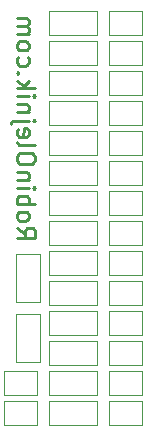
<source format=gbo>
%TF.GenerationSoftware,KiCad,Pcbnew,(6.0.1)*%
%TF.CreationDate,2022-01-21T00:47:32+01:00*%
%TF.ProjectId,bosch-kf163-diode-pll,626f7363-682d-46b6-9631-36332d64696f,2*%
%TF.SameCoordinates,Original*%
%TF.FileFunction,Legend,Bot*%
%TF.FilePolarity,Positive*%
%FSLAX46Y46*%
G04 Gerber Fmt 4.6, Leading zero omitted, Abs format (unit mm)*
G04 Created by KiCad (PCBNEW (6.0.1)) date 2022-01-21 00:47:32*
%MOMM*%
%LPD*%
G01*
G04 APERTURE LIST*
%ADD10C,0.250000*%
%ADD11C,0.120000*%
G04 APERTURE END LIST*
D10*
X120951428Y-83358571D02*
X121665714Y-83858571D01*
X120951428Y-84215714D02*
X122451428Y-84215714D01*
X122451428Y-83644285D01*
X122380000Y-83501428D01*
X122308571Y-83430000D01*
X122165714Y-83358571D01*
X121951428Y-83358571D01*
X121808571Y-83430000D01*
X121737142Y-83501428D01*
X121665714Y-83644285D01*
X121665714Y-84215714D01*
X120951428Y-82501428D02*
X121022857Y-82644285D01*
X121094285Y-82715714D01*
X121237142Y-82787142D01*
X121665714Y-82787142D01*
X121808571Y-82715714D01*
X121880000Y-82644285D01*
X121951428Y-82501428D01*
X121951428Y-82287142D01*
X121880000Y-82144285D01*
X121808571Y-82072857D01*
X121665714Y-82001428D01*
X121237142Y-82001428D01*
X121094285Y-82072857D01*
X121022857Y-82144285D01*
X120951428Y-82287142D01*
X120951428Y-82501428D01*
X120951428Y-81358571D02*
X122451428Y-81358571D01*
X121880000Y-81358571D02*
X121951428Y-81215714D01*
X121951428Y-80930000D01*
X121880000Y-80787142D01*
X121808571Y-80715714D01*
X121665714Y-80644285D01*
X121237142Y-80644285D01*
X121094285Y-80715714D01*
X121022857Y-80787142D01*
X120951428Y-80930000D01*
X120951428Y-81215714D01*
X121022857Y-81358571D01*
X120951428Y-80001428D02*
X121951428Y-80001428D01*
X122451428Y-80001428D02*
X122380000Y-80072857D01*
X122308571Y-80001428D01*
X122380000Y-79930000D01*
X122451428Y-80001428D01*
X122308571Y-80001428D01*
X121951428Y-79287142D02*
X120951428Y-79287142D01*
X121808571Y-79287142D02*
X121880000Y-79215714D01*
X121951428Y-79072857D01*
X121951428Y-78858571D01*
X121880000Y-78715714D01*
X121737142Y-78644285D01*
X120951428Y-78644285D01*
X122451428Y-77644285D02*
X122451428Y-77358571D01*
X122380000Y-77215714D01*
X122237142Y-77072857D01*
X121951428Y-77001428D01*
X121451428Y-77001428D01*
X121165714Y-77072857D01*
X121022857Y-77215714D01*
X120951428Y-77358571D01*
X120951428Y-77644285D01*
X121022857Y-77787142D01*
X121165714Y-77930000D01*
X121451428Y-78001428D01*
X121951428Y-78001428D01*
X122237142Y-77930000D01*
X122380000Y-77787142D01*
X122451428Y-77644285D01*
X120951428Y-76144285D02*
X121022857Y-76287142D01*
X121165714Y-76358571D01*
X122451428Y-76358571D01*
X121022857Y-75001428D02*
X120951428Y-75144285D01*
X120951428Y-75430000D01*
X121022857Y-75572857D01*
X121165714Y-75644285D01*
X121737142Y-75644285D01*
X121880000Y-75572857D01*
X121951428Y-75430000D01*
X121951428Y-75144285D01*
X121880000Y-75001428D01*
X121737142Y-74930000D01*
X121594285Y-74930000D01*
X121451428Y-75644285D01*
X121951428Y-74287142D02*
X120665714Y-74287142D01*
X120522857Y-74358571D01*
X120451428Y-74501428D01*
X120451428Y-74572857D01*
X122451428Y-74287142D02*
X122380000Y-74358571D01*
X122308571Y-74287142D01*
X122380000Y-74215714D01*
X122451428Y-74287142D01*
X122308571Y-74287142D01*
X121951428Y-73572857D02*
X120951428Y-73572857D01*
X121808571Y-73572857D02*
X121880000Y-73501428D01*
X121951428Y-73358571D01*
X121951428Y-73144285D01*
X121880000Y-73001428D01*
X121737142Y-72930000D01*
X120951428Y-72930000D01*
X120951428Y-72215714D02*
X121951428Y-72215714D01*
X122451428Y-72215714D02*
X122380000Y-72287142D01*
X122308571Y-72215714D01*
X122380000Y-72144285D01*
X122451428Y-72215714D01*
X122308571Y-72215714D01*
X120951428Y-71501428D02*
X122451428Y-71501428D01*
X121522857Y-71358571D02*
X120951428Y-70930000D01*
X121951428Y-70930000D02*
X121380000Y-71501428D01*
X121094285Y-70287142D02*
X121022857Y-70215714D01*
X120951428Y-70287142D01*
X121022857Y-70358571D01*
X121094285Y-70287142D01*
X120951428Y-70287142D01*
X121022857Y-68930000D02*
X120951428Y-69072857D01*
X120951428Y-69358571D01*
X121022857Y-69501428D01*
X121094285Y-69572857D01*
X121237142Y-69644285D01*
X121665714Y-69644285D01*
X121808571Y-69572857D01*
X121880000Y-69501428D01*
X121951428Y-69358571D01*
X121951428Y-69072857D01*
X121880000Y-68930000D01*
X120951428Y-68072857D02*
X121022857Y-68215714D01*
X121094285Y-68287142D01*
X121237142Y-68358571D01*
X121665714Y-68358571D01*
X121808571Y-68287142D01*
X121880000Y-68215714D01*
X121951428Y-68072857D01*
X121951428Y-67858571D01*
X121880000Y-67715714D01*
X121808571Y-67644285D01*
X121665714Y-67572857D01*
X121237142Y-67572857D01*
X121094285Y-67644285D01*
X121022857Y-67715714D01*
X120951428Y-67858571D01*
X120951428Y-68072857D01*
X120951428Y-66930000D02*
X121951428Y-66930000D01*
X121808571Y-66930000D02*
X121880000Y-66858571D01*
X121951428Y-66715714D01*
X121951428Y-66501428D01*
X121880000Y-66358571D01*
X121737142Y-66287142D01*
X120951428Y-66287142D01*
X121737142Y-66287142D02*
X121880000Y-66215714D01*
X121951428Y-66072857D01*
X121951428Y-65858571D01*
X121880000Y-65715714D01*
X121737142Y-65644285D01*
X120951428Y-65644285D01*
D11*
%TO.C,JP30*%
X131575000Y-100060000D02*
X131575000Y-98060000D01*
X128775000Y-100060000D02*
X131575000Y-100060000D01*
X131575000Y-98060000D02*
X128775000Y-98060000D01*
X128775000Y-98060000D02*
X128775000Y-100060000D01*
%TO.C,JP5*%
X127780000Y-75200000D02*
X123680000Y-75200000D01*
X123680000Y-75200000D02*
X123680000Y-77200000D01*
X123680000Y-77200000D02*
X127780000Y-77200000D01*
X127780000Y-77200000D02*
X127780000Y-75200000D01*
%TO.C,JP16*%
X122920000Y-89680000D02*
X122920000Y-85580000D01*
X120920000Y-85580000D02*
X120920000Y-89680000D01*
X120920000Y-89680000D02*
X122920000Y-89680000D01*
X122920000Y-85580000D02*
X120920000Y-85580000D01*
%TO.C,JP3*%
X123680000Y-70120000D02*
X123680000Y-72120000D01*
X127780000Y-72120000D02*
X127780000Y-70120000D01*
X127780000Y-70120000D02*
X123680000Y-70120000D01*
X123680000Y-72120000D02*
X127780000Y-72120000D01*
%TO.C,JP29*%
X131575000Y-95520000D02*
X128775000Y-95520000D01*
X128775000Y-97520000D02*
X131575000Y-97520000D01*
X128775000Y-95520000D02*
X128775000Y-97520000D01*
X131575000Y-97520000D02*
X131575000Y-95520000D01*
%TO.C,JP14*%
X123680000Y-98060000D02*
X123680000Y-100060000D01*
X123680000Y-100060000D02*
X127780000Y-100060000D01*
X127780000Y-98060000D02*
X123680000Y-98060000D01*
X127780000Y-100060000D02*
X127780000Y-98060000D01*
%TO.C,JP32*%
X119885000Y-97520000D02*
X122685000Y-97520000D01*
X122685000Y-97520000D02*
X122685000Y-95520000D01*
X122685000Y-95520000D02*
X119885000Y-95520000D01*
X119885000Y-95520000D02*
X119885000Y-97520000D01*
%TO.C,JP23*%
X131575000Y-82280000D02*
X131575000Y-80280000D01*
X131575000Y-80280000D02*
X128775000Y-80280000D01*
X128775000Y-80280000D02*
X128775000Y-82280000D01*
X128775000Y-82280000D02*
X131575000Y-82280000D01*
%TO.C,JP19*%
X131575000Y-72120000D02*
X131575000Y-70120000D01*
X128775000Y-70120000D02*
X128775000Y-72120000D01*
X131575000Y-70120000D02*
X128775000Y-70120000D01*
X128775000Y-72120000D02*
X131575000Y-72120000D01*
%TO.C,JP28*%
X131575000Y-92980000D02*
X128775000Y-92980000D01*
X131575000Y-94980000D02*
X131575000Y-92980000D01*
X128775000Y-94980000D02*
X131575000Y-94980000D01*
X128775000Y-92980000D02*
X128775000Y-94980000D01*
%TO.C,JP22*%
X128775000Y-79740000D02*
X131575000Y-79740000D01*
X128775000Y-77740000D02*
X128775000Y-79740000D01*
X131575000Y-79740000D02*
X131575000Y-77740000D01*
X131575000Y-77740000D02*
X128775000Y-77740000D01*
%TO.C,JP26*%
X128775000Y-89900000D02*
X131575000Y-89900000D01*
X131575000Y-87900000D02*
X128775000Y-87900000D01*
X128775000Y-87900000D02*
X128775000Y-89900000D01*
X131575000Y-89900000D02*
X131575000Y-87900000D01*
%TO.C,JP31*%
X122685000Y-100060000D02*
X122685000Y-98060000D01*
X119885000Y-100060000D02*
X122685000Y-100060000D01*
X122685000Y-98060000D02*
X119885000Y-98060000D01*
X119885000Y-98060000D02*
X119885000Y-100060000D01*
%TO.C,JP27*%
X128775000Y-92440000D02*
X131575000Y-92440000D01*
X131575000Y-90440000D02*
X128775000Y-90440000D01*
X131575000Y-92440000D02*
X131575000Y-90440000D01*
X128775000Y-90440000D02*
X128775000Y-92440000D01*
%TO.C,JP17*%
X131575000Y-65040000D02*
X128775000Y-65040000D01*
X128775000Y-67040000D02*
X131575000Y-67040000D01*
X131575000Y-67040000D02*
X131575000Y-65040000D01*
X128775000Y-65040000D02*
X128775000Y-67040000D01*
%TO.C,JP12*%
X127780000Y-92980000D02*
X123680000Y-92980000D01*
X127780000Y-94980000D02*
X127780000Y-92980000D01*
X123680000Y-92980000D02*
X123680000Y-94980000D01*
X123680000Y-94980000D02*
X127780000Y-94980000D01*
%TO.C,JP20*%
X128775000Y-74660000D02*
X131575000Y-74660000D01*
X128775000Y-72660000D02*
X128775000Y-74660000D01*
X131575000Y-72660000D02*
X128775000Y-72660000D01*
X131575000Y-74660000D02*
X131575000Y-72660000D01*
%TO.C,JP1*%
X123680000Y-65040000D02*
X123680000Y-67040000D01*
X123680000Y-67040000D02*
X127780000Y-67040000D01*
X127780000Y-65040000D02*
X123680000Y-65040000D01*
X127780000Y-67040000D02*
X127780000Y-65040000D01*
%TO.C,JP9*%
X127780000Y-87360000D02*
X127780000Y-85360000D01*
X127780000Y-85360000D02*
X123680000Y-85360000D01*
X123680000Y-85360000D02*
X123680000Y-87360000D01*
X123680000Y-87360000D02*
X127780000Y-87360000D01*
%TO.C,JP24*%
X128775000Y-84820000D02*
X131575000Y-84820000D01*
X131575000Y-84820000D02*
X131575000Y-82820000D01*
X128775000Y-82820000D02*
X128775000Y-84820000D01*
X131575000Y-82820000D02*
X128775000Y-82820000D01*
%TO.C,JP13*%
X123680000Y-97520000D02*
X127780000Y-97520000D01*
X123680000Y-95520000D02*
X123680000Y-97520000D01*
X127780000Y-95520000D02*
X123680000Y-95520000D01*
X127780000Y-97520000D02*
X127780000Y-95520000D01*
%TO.C,JP21*%
X131575000Y-77200000D02*
X131575000Y-75200000D01*
X128775000Y-75200000D02*
X128775000Y-77200000D01*
X131575000Y-75200000D02*
X128775000Y-75200000D01*
X128775000Y-77200000D02*
X131575000Y-77200000D01*
%TO.C,JP10*%
X123680000Y-89900000D02*
X127780000Y-89900000D01*
X127780000Y-87900000D02*
X123680000Y-87900000D01*
X127780000Y-89900000D02*
X127780000Y-87900000D01*
X123680000Y-87900000D02*
X123680000Y-89900000D01*
%TO.C,JP4*%
X123680000Y-74660000D02*
X127780000Y-74660000D01*
X127780000Y-72660000D02*
X123680000Y-72660000D01*
X123680000Y-72660000D02*
X123680000Y-74660000D01*
X127780000Y-74660000D02*
X127780000Y-72660000D01*
%TO.C,JP25*%
X131575000Y-85360000D02*
X128775000Y-85360000D01*
X128775000Y-87360000D02*
X131575000Y-87360000D01*
X128775000Y-85360000D02*
X128775000Y-87360000D01*
X131575000Y-87360000D02*
X131575000Y-85360000D01*
%TO.C,JP15*%
X120920000Y-94760000D02*
X122920000Y-94760000D01*
X122920000Y-94760000D02*
X122920000Y-90660000D01*
X120920000Y-90660000D02*
X120920000Y-94760000D01*
X122920000Y-90660000D02*
X120920000Y-90660000D01*
%TO.C,JP7*%
X127780000Y-80280000D02*
X123680000Y-80280000D01*
X123680000Y-82280000D02*
X127780000Y-82280000D01*
X127780000Y-82280000D02*
X127780000Y-80280000D01*
X123680000Y-80280000D02*
X123680000Y-82280000D01*
%TO.C,JP8*%
X127780000Y-84820000D02*
X127780000Y-82820000D01*
X127780000Y-82820000D02*
X123680000Y-82820000D01*
X123680000Y-82820000D02*
X123680000Y-84820000D01*
X123680000Y-84820000D02*
X127780000Y-84820000D01*
%TO.C,JP11*%
X127780000Y-92440000D02*
X127780000Y-90440000D01*
X123680000Y-92440000D02*
X127780000Y-92440000D01*
X123680000Y-90440000D02*
X123680000Y-92440000D01*
X127780000Y-90440000D02*
X123680000Y-90440000D01*
%TO.C,JP2*%
X127780000Y-67580000D02*
X123680000Y-67580000D01*
X123680000Y-67580000D02*
X123680000Y-69580000D01*
X127780000Y-69580000D02*
X127780000Y-67580000D01*
X123680000Y-69580000D02*
X127780000Y-69580000D01*
%TO.C,JP6*%
X127780000Y-77740000D02*
X123680000Y-77740000D01*
X123680000Y-79740000D02*
X127780000Y-79740000D01*
X127780000Y-79740000D02*
X127780000Y-77740000D01*
X123680000Y-77740000D02*
X123680000Y-79740000D01*
%TO.C,JP18*%
X131575000Y-69580000D02*
X131575000Y-67580000D01*
X131575000Y-67580000D02*
X128775000Y-67580000D01*
X128775000Y-69580000D02*
X131575000Y-69580000D01*
X128775000Y-67580000D02*
X128775000Y-69580000D01*
%TD*%
M02*

</source>
